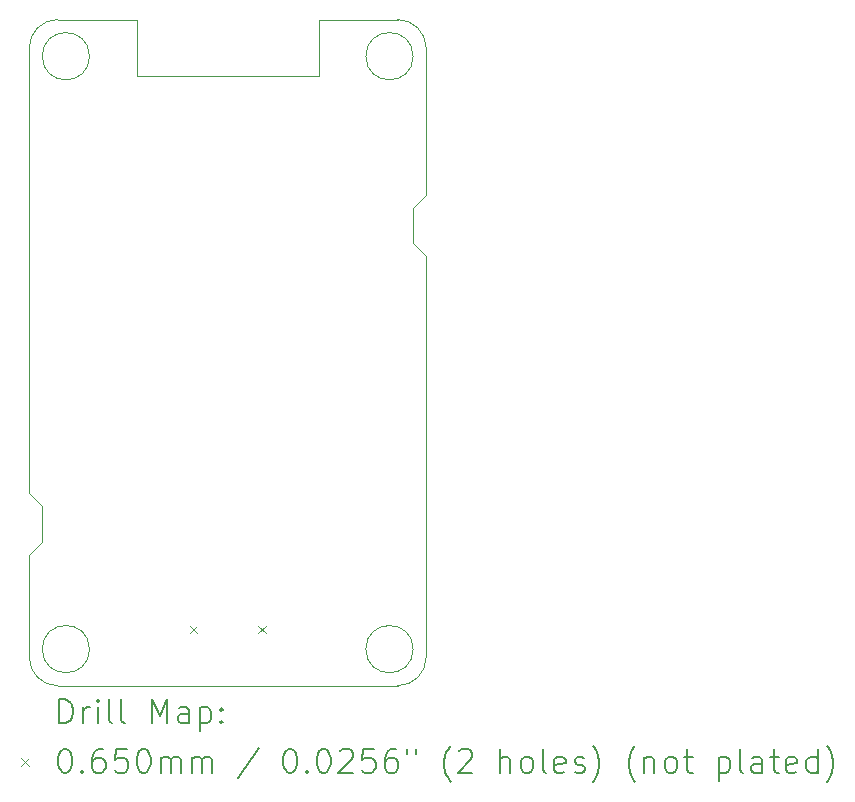
<source format=gbr>
%TF.GenerationSoftware,KiCad,Pcbnew,8.0.0-rc2-494-g6bc7bcffef*%
%TF.CreationDate,2024-03-15T23:56:10+00:00*%
%TF.ProjectId,Wakeboard,57616b65-626f-4617-9264-2e6b69636164,rev?*%
%TF.SameCoordinates,Original*%
%TF.FileFunction,Drillmap*%
%TF.FilePolarity,Positive*%
%FSLAX45Y45*%
G04 Gerber Fmt 4.5, Leading zero omitted, Abs format (unit mm)*
G04 Created by KiCad (PCBNEW 8.0.0-rc2-494-g6bc7bcffef) date 2024-03-15 23:56:10*
%MOMM*%
%LPD*%
G01*
G04 APERTURE LIST*
%ADD10C,0.100000*%
%ADD11C,0.200000*%
G04 APERTURE END LIST*
D10*
X14190000Y-4375000D02*
G75*
G02*
X14430000Y-4615000I0J-240000D01*
G01*
X14320000Y-9705000D02*
G75*
G02*
X13920000Y-9705000I-200000J0D01*
G01*
X13920000Y-9705000D02*
G75*
G02*
X14320000Y-9705000I200000J0D01*
G01*
X11580000Y-9705000D02*
G75*
G02*
X11180000Y-9705000I-200000J0D01*
G01*
X11180000Y-9705000D02*
G75*
G02*
X11580000Y-9705000I200000J0D01*
G01*
X11580000Y-4685000D02*
G75*
G02*
X11180000Y-4685000I-200000J0D01*
G01*
X11180000Y-4685000D02*
G75*
G02*
X11580000Y-4685000I200000J0D01*
G01*
X14320000Y-4685000D02*
G75*
G02*
X13920000Y-4685000I-200000J0D01*
G01*
X13920000Y-4685000D02*
G75*
G02*
X14320000Y-4685000I200000J0D01*
G01*
X11070000Y-9775000D02*
X11070000Y-8905000D01*
X11070000Y-8385000D02*
X11069704Y-4614703D01*
X11180000Y-8495000D02*
X11070000Y-8385000D01*
X11180000Y-8795000D02*
X11070000Y-8905000D01*
X11180000Y-8495000D02*
X11180000Y-8795000D01*
X14320000Y-5970000D02*
X14320000Y-6270000D01*
X13520000Y-4850000D02*
X11980000Y-4850000D01*
X14430000Y-4615000D02*
X14430000Y-5860000D01*
X14430000Y-6380000D02*
X14430000Y-9775000D01*
X14430000Y-5860000D02*
X14320000Y-5970000D01*
X11310000Y-10015000D02*
G75*
G02*
X11069996Y-9775000I0J240004D01*
G01*
X11980000Y-4850000D02*
X11980000Y-4375000D01*
X14430000Y-9775000D02*
G75*
G02*
X14190000Y-10015000I-240000J0D01*
G01*
X11069704Y-4614703D02*
G75*
G02*
X11309704Y-4374707I240000J-4D01*
G01*
X11310000Y-10015000D02*
X14190000Y-10015000D01*
X13520000Y-4375000D02*
X14190000Y-4375000D01*
X11980000Y-4375000D02*
X11310000Y-4375000D01*
X13520000Y-4375000D02*
X13520000Y-4850000D01*
X14320000Y-6270000D02*
X14430000Y-6380000D01*
D11*
D10*
X12428500Y-9506500D02*
X12493500Y-9571500D01*
X12493500Y-9506500D02*
X12428500Y-9571500D01*
X13006500Y-9506500D02*
X13071500Y-9571500D01*
X13071500Y-9506500D02*
X13006500Y-9571500D01*
D11*
X11325481Y-10331484D02*
X11325481Y-10131484D01*
X11325481Y-10131484D02*
X11373100Y-10131484D01*
X11373100Y-10131484D02*
X11401671Y-10141008D01*
X11401671Y-10141008D02*
X11420719Y-10160055D01*
X11420719Y-10160055D02*
X11430243Y-10179103D01*
X11430243Y-10179103D02*
X11439767Y-10217198D01*
X11439767Y-10217198D02*
X11439767Y-10245770D01*
X11439767Y-10245770D02*
X11430243Y-10283865D01*
X11430243Y-10283865D02*
X11420719Y-10302912D01*
X11420719Y-10302912D02*
X11401671Y-10321960D01*
X11401671Y-10321960D02*
X11373100Y-10331484D01*
X11373100Y-10331484D02*
X11325481Y-10331484D01*
X11525481Y-10331484D02*
X11525481Y-10198150D01*
X11525481Y-10236246D02*
X11535005Y-10217198D01*
X11535005Y-10217198D02*
X11544528Y-10207674D01*
X11544528Y-10207674D02*
X11563576Y-10198150D01*
X11563576Y-10198150D02*
X11582624Y-10198150D01*
X11649290Y-10331484D02*
X11649290Y-10198150D01*
X11649290Y-10131484D02*
X11639767Y-10141008D01*
X11639767Y-10141008D02*
X11649290Y-10150531D01*
X11649290Y-10150531D02*
X11658814Y-10141008D01*
X11658814Y-10141008D02*
X11649290Y-10131484D01*
X11649290Y-10131484D02*
X11649290Y-10150531D01*
X11773100Y-10331484D02*
X11754052Y-10321960D01*
X11754052Y-10321960D02*
X11744528Y-10302912D01*
X11744528Y-10302912D02*
X11744528Y-10131484D01*
X11877862Y-10331484D02*
X11858814Y-10321960D01*
X11858814Y-10321960D02*
X11849290Y-10302912D01*
X11849290Y-10302912D02*
X11849290Y-10131484D01*
X12106433Y-10331484D02*
X12106433Y-10131484D01*
X12106433Y-10131484D02*
X12173100Y-10274341D01*
X12173100Y-10274341D02*
X12239767Y-10131484D01*
X12239767Y-10131484D02*
X12239767Y-10331484D01*
X12420719Y-10331484D02*
X12420719Y-10226722D01*
X12420719Y-10226722D02*
X12411195Y-10207674D01*
X12411195Y-10207674D02*
X12392148Y-10198150D01*
X12392148Y-10198150D02*
X12354052Y-10198150D01*
X12354052Y-10198150D02*
X12335005Y-10207674D01*
X12420719Y-10321960D02*
X12401671Y-10331484D01*
X12401671Y-10331484D02*
X12354052Y-10331484D01*
X12354052Y-10331484D02*
X12335005Y-10321960D01*
X12335005Y-10321960D02*
X12325481Y-10302912D01*
X12325481Y-10302912D02*
X12325481Y-10283865D01*
X12325481Y-10283865D02*
X12335005Y-10264817D01*
X12335005Y-10264817D02*
X12354052Y-10255293D01*
X12354052Y-10255293D02*
X12401671Y-10255293D01*
X12401671Y-10255293D02*
X12420719Y-10245770D01*
X12515957Y-10198150D02*
X12515957Y-10398150D01*
X12515957Y-10207674D02*
X12535005Y-10198150D01*
X12535005Y-10198150D02*
X12573100Y-10198150D01*
X12573100Y-10198150D02*
X12592148Y-10207674D01*
X12592148Y-10207674D02*
X12601671Y-10217198D01*
X12601671Y-10217198D02*
X12611195Y-10236246D01*
X12611195Y-10236246D02*
X12611195Y-10293389D01*
X12611195Y-10293389D02*
X12601671Y-10312436D01*
X12601671Y-10312436D02*
X12592148Y-10321960D01*
X12592148Y-10321960D02*
X12573100Y-10331484D01*
X12573100Y-10331484D02*
X12535005Y-10331484D01*
X12535005Y-10331484D02*
X12515957Y-10321960D01*
X12696909Y-10312436D02*
X12706433Y-10321960D01*
X12706433Y-10321960D02*
X12696909Y-10331484D01*
X12696909Y-10331484D02*
X12687386Y-10321960D01*
X12687386Y-10321960D02*
X12696909Y-10312436D01*
X12696909Y-10312436D02*
X12696909Y-10331484D01*
X12696909Y-10207674D02*
X12706433Y-10217198D01*
X12706433Y-10217198D02*
X12696909Y-10226722D01*
X12696909Y-10226722D02*
X12687386Y-10217198D01*
X12687386Y-10217198D02*
X12696909Y-10207674D01*
X12696909Y-10207674D02*
X12696909Y-10226722D01*
D10*
X10999704Y-10627500D02*
X11064704Y-10692500D01*
X11064704Y-10627500D02*
X10999704Y-10692500D01*
D11*
X11363576Y-10551484D02*
X11382624Y-10551484D01*
X11382624Y-10551484D02*
X11401671Y-10561008D01*
X11401671Y-10561008D02*
X11411195Y-10570531D01*
X11411195Y-10570531D02*
X11420719Y-10589579D01*
X11420719Y-10589579D02*
X11430243Y-10627674D01*
X11430243Y-10627674D02*
X11430243Y-10675293D01*
X11430243Y-10675293D02*
X11420719Y-10713389D01*
X11420719Y-10713389D02*
X11411195Y-10732436D01*
X11411195Y-10732436D02*
X11401671Y-10741960D01*
X11401671Y-10741960D02*
X11382624Y-10751484D01*
X11382624Y-10751484D02*
X11363576Y-10751484D01*
X11363576Y-10751484D02*
X11344528Y-10741960D01*
X11344528Y-10741960D02*
X11335005Y-10732436D01*
X11335005Y-10732436D02*
X11325481Y-10713389D01*
X11325481Y-10713389D02*
X11315957Y-10675293D01*
X11315957Y-10675293D02*
X11315957Y-10627674D01*
X11315957Y-10627674D02*
X11325481Y-10589579D01*
X11325481Y-10589579D02*
X11335005Y-10570531D01*
X11335005Y-10570531D02*
X11344528Y-10561008D01*
X11344528Y-10561008D02*
X11363576Y-10551484D01*
X11515957Y-10732436D02*
X11525481Y-10741960D01*
X11525481Y-10741960D02*
X11515957Y-10751484D01*
X11515957Y-10751484D02*
X11506433Y-10741960D01*
X11506433Y-10741960D02*
X11515957Y-10732436D01*
X11515957Y-10732436D02*
X11515957Y-10751484D01*
X11696909Y-10551484D02*
X11658814Y-10551484D01*
X11658814Y-10551484D02*
X11639767Y-10561008D01*
X11639767Y-10561008D02*
X11630243Y-10570531D01*
X11630243Y-10570531D02*
X11611195Y-10599103D01*
X11611195Y-10599103D02*
X11601671Y-10637198D01*
X11601671Y-10637198D02*
X11601671Y-10713389D01*
X11601671Y-10713389D02*
X11611195Y-10732436D01*
X11611195Y-10732436D02*
X11620719Y-10741960D01*
X11620719Y-10741960D02*
X11639767Y-10751484D01*
X11639767Y-10751484D02*
X11677862Y-10751484D01*
X11677862Y-10751484D02*
X11696909Y-10741960D01*
X11696909Y-10741960D02*
X11706433Y-10732436D01*
X11706433Y-10732436D02*
X11715957Y-10713389D01*
X11715957Y-10713389D02*
X11715957Y-10665770D01*
X11715957Y-10665770D02*
X11706433Y-10646722D01*
X11706433Y-10646722D02*
X11696909Y-10637198D01*
X11696909Y-10637198D02*
X11677862Y-10627674D01*
X11677862Y-10627674D02*
X11639767Y-10627674D01*
X11639767Y-10627674D02*
X11620719Y-10637198D01*
X11620719Y-10637198D02*
X11611195Y-10646722D01*
X11611195Y-10646722D02*
X11601671Y-10665770D01*
X11896909Y-10551484D02*
X11801671Y-10551484D01*
X11801671Y-10551484D02*
X11792148Y-10646722D01*
X11792148Y-10646722D02*
X11801671Y-10637198D01*
X11801671Y-10637198D02*
X11820719Y-10627674D01*
X11820719Y-10627674D02*
X11868338Y-10627674D01*
X11868338Y-10627674D02*
X11887386Y-10637198D01*
X11887386Y-10637198D02*
X11896909Y-10646722D01*
X11896909Y-10646722D02*
X11906433Y-10665770D01*
X11906433Y-10665770D02*
X11906433Y-10713389D01*
X11906433Y-10713389D02*
X11896909Y-10732436D01*
X11896909Y-10732436D02*
X11887386Y-10741960D01*
X11887386Y-10741960D02*
X11868338Y-10751484D01*
X11868338Y-10751484D02*
X11820719Y-10751484D01*
X11820719Y-10751484D02*
X11801671Y-10741960D01*
X11801671Y-10741960D02*
X11792148Y-10732436D01*
X12030243Y-10551484D02*
X12049290Y-10551484D01*
X12049290Y-10551484D02*
X12068338Y-10561008D01*
X12068338Y-10561008D02*
X12077862Y-10570531D01*
X12077862Y-10570531D02*
X12087386Y-10589579D01*
X12087386Y-10589579D02*
X12096909Y-10627674D01*
X12096909Y-10627674D02*
X12096909Y-10675293D01*
X12096909Y-10675293D02*
X12087386Y-10713389D01*
X12087386Y-10713389D02*
X12077862Y-10732436D01*
X12077862Y-10732436D02*
X12068338Y-10741960D01*
X12068338Y-10741960D02*
X12049290Y-10751484D01*
X12049290Y-10751484D02*
X12030243Y-10751484D01*
X12030243Y-10751484D02*
X12011195Y-10741960D01*
X12011195Y-10741960D02*
X12001671Y-10732436D01*
X12001671Y-10732436D02*
X11992148Y-10713389D01*
X11992148Y-10713389D02*
X11982624Y-10675293D01*
X11982624Y-10675293D02*
X11982624Y-10627674D01*
X11982624Y-10627674D02*
X11992148Y-10589579D01*
X11992148Y-10589579D02*
X12001671Y-10570531D01*
X12001671Y-10570531D02*
X12011195Y-10561008D01*
X12011195Y-10561008D02*
X12030243Y-10551484D01*
X12182624Y-10751484D02*
X12182624Y-10618150D01*
X12182624Y-10637198D02*
X12192148Y-10627674D01*
X12192148Y-10627674D02*
X12211195Y-10618150D01*
X12211195Y-10618150D02*
X12239767Y-10618150D01*
X12239767Y-10618150D02*
X12258814Y-10627674D01*
X12258814Y-10627674D02*
X12268338Y-10646722D01*
X12268338Y-10646722D02*
X12268338Y-10751484D01*
X12268338Y-10646722D02*
X12277862Y-10627674D01*
X12277862Y-10627674D02*
X12296909Y-10618150D01*
X12296909Y-10618150D02*
X12325481Y-10618150D01*
X12325481Y-10618150D02*
X12344529Y-10627674D01*
X12344529Y-10627674D02*
X12354052Y-10646722D01*
X12354052Y-10646722D02*
X12354052Y-10751484D01*
X12449290Y-10751484D02*
X12449290Y-10618150D01*
X12449290Y-10637198D02*
X12458814Y-10627674D01*
X12458814Y-10627674D02*
X12477862Y-10618150D01*
X12477862Y-10618150D02*
X12506433Y-10618150D01*
X12506433Y-10618150D02*
X12525481Y-10627674D01*
X12525481Y-10627674D02*
X12535005Y-10646722D01*
X12535005Y-10646722D02*
X12535005Y-10751484D01*
X12535005Y-10646722D02*
X12544529Y-10627674D01*
X12544529Y-10627674D02*
X12563576Y-10618150D01*
X12563576Y-10618150D02*
X12592148Y-10618150D01*
X12592148Y-10618150D02*
X12611195Y-10627674D01*
X12611195Y-10627674D02*
X12620719Y-10646722D01*
X12620719Y-10646722D02*
X12620719Y-10751484D01*
X13011195Y-10541960D02*
X12839767Y-10799103D01*
X13268338Y-10551484D02*
X13287386Y-10551484D01*
X13287386Y-10551484D02*
X13306433Y-10561008D01*
X13306433Y-10561008D02*
X13315957Y-10570531D01*
X13315957Y-10570531D02*
X13325481Y-10589579D01*
X13325481Y-10589579D02*
X13335005Y-10627674D01*
X13335005Y-10627674D02*
X13335005Y-10675293D01*
X13335005Y-10675293D02*
X13325481Y-10713389D01*
X13325481Y-10713389D02*
X13315957Y-10732436D01*
X13315957Y-10732436D02*
X13306433Y-10741960D01*
X13306433Y-10741960D02*
X13287386Y-10751484D01*
X13287386Y-10751484D02*
X13268338Y-10751484D01*
X13268338Y-10751484D02*
X13249291Y-10741960D01*
X13249291Y-10741960D02*
X13239767Y-10732436D01*
X13239767Y-10732436D02*
X13230243Y-10713389D01*
X13230243Y-10713389D02*
X13220719Y-10675293D01*
X13220719Y-10675293D02*
X13220719Y-10627674D01*
X13220719Y-10627674D02*
X13230243Y-10589579D01*
X13230243Y-10589579D02*
X13239767Y-10570531D01*
X13239767Y-10570531D02*
X13249291Y-10561008D01*
X13249291Y-10561008D02*
X13268338Y-10551484D01*
X13420719Y-10732436D02*
X13430243Y-10741960D01*
X13430243Y-10741960D02*
X13420719Y-10751484D01*
X13420719Y-10751484D02*
X13411195Y-10741960D01*
X13411195Y-10741960D02*
X13420719Y-10732436D01*
X13420719Y-10732436D02*
X13420719Y-10751484D01*
X13554052Y-10551484D02*
X13573100Y-10551484D01*
X13573100Y-10551484D02*
X13592148Y-10561008D01*
X13592148Y-10561008D02*
X13601672Y-10570531D01*
X13601672Y-10570531D02*
X13611195Y-10589579D01*
X13611195Y-10589579D02*
X13620719Y-10627674D01*
X13620719Y-10627674D02*
X13620719Y-10675293D01*
X13620719Y-10675293D02*
X13611195Y-10713389D01*
X13611195Y-10713389D02*
X13601672Y-10732436D01*
X13601672Y-10732436D02*
X13592148Y-10741960D01*
X13592148Y-10741960D02*
X13573100Y-10751484D01*
X13573100Y-10751484D02*
X13554052Y-10751484D01*
X13554052Y-10751484D02*
X13535005Y-10741960D01*
X13535005Y-10741960D02*
X13525481Y-10732436D01*
X13525481Y-10732436D02*
X13515957Y-10713389D01*
X13515957Y-10713389D02*
X13506433Y-10675293D01*
X13506433Y-10675293D02*
X13506433Y-10627674D01*
X13506433Y-10627674D02*
X13515957Y-10589579D01*
X13515957Y-10589579D02*
X13525481Y-10570531D01*
X13525481Y-10570531D02*
X13535005Y-10561008D01*
X13535005Y-10561008D02*
X13554052Y-10551484D01*
X13696910Y-10570531D02*
X13706433Y-10561008D01*
X13706433Y-10561008D02*
X13725481Y-10551484D01*
X13725481Y-10551484D02*
X13773100Y-10551484D01*
X13773100Y-10551484D02*
X13792148Y-10561008D01*
X13792148Y-10561008D02*
X13801672Y-10570531D01*
X13801672Y-10570531D02*
X13811195Y-10589579D01*
X13811195Y-10589579D02*
X13811195Y-10608627D01*
X13811195Y-10608627D02*
X13801672Y-10637198D01*
X13801672Y-10637198D02*
X13687386Y-10751484D01*
X13687386Y-10751484D02*
X13811195Y-10751484D01*
X13992148Y-10551484D02*
X13896910Y-10551484D01*
X13896910Y-10551484D02*
X13887386Y-10646722D01*
X13887386Y-10646722D02*
X13896910Y-10637198D01*
X13896910Y-10637198D02*
X13915957Y-10627674D01*
X13915957Y-10627674D02*
X13963576Y-10627674D01*
X13963576Y-10627674D02*
X13982624Y-10637198D01*
X13982624Y-10637198D02*
X13992148Y-10646722D01*
X13992148Y-10646722D02*
X14001672Y-10665770D01*
X14001672Y-10665770D02*
X14001672Y-10713389D01*
X14001672Y-10713389D02*
X13992148Y-10732436D01*
X13992148Y-10732436D02*
X13982624Y-10741960D01*
X13982624Y-10741960D02*
X13963576Y-10751484D01*
X13963576Y-10751484D02*
X13915957Y-10751484D01*
X13915957Y-10751484D02*
X13896910Y-10741960D01*
X13896910Y-10741960D02*
X13887386Y-10732436D01*
X14173100Y-10551484D02*
X14135005Y-10551484D01*
X14135005Y-10551484D02*
X14115957Y-10561008D01*
X14115957Y-10561008D02*
X14106433Y-10570531D01*
X14106433Y-10570531D02*
X14087386Y-10599103D01*
X14087386Y-10599103D02*
X14077862Y-10637198D01*
X14077862Y-10637198D02*
X14077862Y-10713389D01*
X14077862Y-10713389D02*
X14087386Y-10732436D01*
X14087386Y-10732436D02*
X14096910Y-10741960D01*
X14096910Y-10741960D02*
X14115957Y-10751484D01*
X14115957Y-10751484D02*
X14154053Y-10751484D01*
X14154053Y-10751484D02*
X14173100Y-10741960D01*
X14173100Y-10741960D02*
X14182624Y-10732436D01*
X14182624Y-10732436D02*
X14192148Y-10713389D01*
X14192148Y-10713389D02*
X14192148Y-10665770D01*
X14192148Y-10665770D02*
X14182624Y-10646722D01*
X14182624Y-10646722D02*
X14173100Y-10637198D01*
X14173100Y-10637198D02*
X14154053Y-10627674D01*
X14154053Y-10627674D02*
X14115957Y-10627674D01*
X14115957Y-10627674D02*
X14096910Y-10637198D01*
X14096910Y-10637198D02*
X14087386Y-10646722D01*
X14087386Y-10646722D02*
X14077862Y-10665770D01*
X14268338Y-10551484D02*
X14268338Y-10589579D01*
X14344529Y-10551484D02*
X14344529Y-10589579D01*
X14639767Y-10827674D02*
X14630243Y-10818150D01*
X14630243Y-10818150D02*
X14611195Y-10789579D01*
X14611195Y-10789579D02*
X14601672Y-10770531D01*
X14601672Y-10770531D02*
X14592148Y-10741960D01*
X14592148Y-10741960D02*
X14582624Y-10694341D01*
X14582624Y-10694341D02*
X14582624Y-10656246D01*
X14582624Y-10656246D02*
X14592148Y-10608627D01*
X14592148Y-10608627D02*
X14601672Y-10580055D01*
X14601672Y-10580055D02*
X14611195Y-10561008D01*
X14611195Y-10561008D02*
X14630243Y-10532436D01*
X14630243Y-10532436D02*
X14639767Y-10522912D01*
X14706434Y-10570531D02*
X14715957Y-10561008D01*
X14715957Y-10561008D02*
X14735005Y-10551484D01*
X14735005Y-10551484D02*
X14782624Y-10551484D01*
X14782624Y-10551484D02*
X14801672Y-10561008D01*
X14801672Y-10561008D02*
X14811195Y-10570531D01*
X14811195Y-10570531D02*
X14820719Y-10589579D01*
X14820719Y-10589579D02*
X14820719Y-10608627D01*
X14820719Y-10608627D02*
X14811195Y-10637198D01*
X14811195Y-10637198D02*
X14696910Y-10751484D01*
X14696910Y-10751484D02*
X14820719Y-10751484D01*
X15058815Y-10751484D02*
X15058815Y-10551484D01*
X15144529Y-10751484D02*
X15144529Y-10646722D01*
X15144529Y-10646722D02*
X15135005Y-10627674D01*
X15135005Y-10627674D02*
X15115957Y-10618150D01*
X15115957Y-10618150D02*
X15087386Y-10618150D01*
X15087386Y-10618150D02*
X15068338Y-10627674D01*
X15068338Y-10627674D02*
X15058815Y-10637198D01*
X15268338Y-10751484D02*
X15249291Y-10741960D01*
X15249291Y-10741960D02*
X15239767Y-10732436D01*
X15239767Y-10732436D02*
X15230243Y-10713389D01*
X15230243Y-10713389D02*
X15230243Y-10656246D01*
X15230243Y-10656246D02*
X15239767Y-10637198D01*
X15239767Y-10637198D02*
X15249291Y-10627674D01*
X15249291Y-10627674D02*
X15268338Y-10618150D01*
X15268338Y-10618150D02*
X15296910Y-10618150D01*
X15296910Y-10618150D02*
X15315957Y-10627674D01*
X15315957Y-10627674D02*
X15325481Y-10637198D01*
X15325481Y-10637198D02*
X15335005Y-10656246D01*
X15335005Y-10656246D02*
X15335005Y-10713389D01*
X15335005Y-10713389D02*
X15325481Y-10732436D01*
X15325481Y-10732436D02*
X15315957Y-10741960D01*
X15315957Y-10741960D02*
X15296910Y-10751484D01*
X15296910Y-10751484D02*
X15268338Y-10751484D01*
X15449291Y-10751484D02*
X15430243Y-10741960D01*
X15430243Y-10741960D02*
X15420719Y-10722912D01*
X15420719Y-10722912D02*
X15420719Y-10551484D01*
X15601672Y-10741960D02*
X15582624Y-10751484D01*
X15582624Y-10751484D02*
X15544529Y-10751484D01*
X15544529Y-10751484D02*
X15525481Y-10741960D01*
X15525481Y-10741960D02*
X15515957Y-10722912D01*
X15515957Y-10722912D02*
X15515957Y-10646722D01*
X15515957Y-10646722D02*
X15525481Y-10627674D01*
X15525481Y-10627674D02*
X15544529Y-10618150D01*
X15544529Y-10618150D02*
X15582624Y-10618150D01*
X15582624Y-10618150D02*
X15601672Y-10627674D01*
X15601672Y-10627674D02*
X15611196Y-10646722D01*
X15611196Y-10646722D02*
X15611196Y-10665770D01*
X15611196Y-10665770D02*
X15515957Y-10684817D01*
X15687386Y-10741960D02*
X15706434Y-10751484D01*
X15706434Y-10751484D02*
X15744529Y-10751484D01*
X15744529Y-10751484D02*
X15763577Y-10741960D01*
X15763577Y-10741960D02*
X15773100Y-10722912D01*
X15773100Y-10722912D02*
X15773100Y-10713389D01*
X15773100Y-10713389D02*
X15763577Y-10694341D01*
X15763577Y-10694341D02*
X15744529Y-10684817D01*
X15744529Y-10684817D02*
X15715957Y-10684817D01*
X15715957Y-10684817D02*
X15696910Y-10675293D01*
X15696910Y-10675293D02*
X15687386Y-10656246D01*
X15687386Y-10656246D02*
X15687386Y-10646722D01*
X15687386Y-10646722D02*
X15696910Y-10627674D01*
X15696910Y-10627674D02*
X15715957Y-10618150D01*
X15715957Y-10618150D02*
X15744529Y-10618150D01*
X15744529Y-10618150D02*
X15763577Y-10627674D01*
X15839767Y-10827674D02*
X15849291Y-10818150D01*
X15849291Y-10818150D02*
X15868338Y-10789579D01*
X15868338Y-10789579D02*
X15877862Y-10770531D01*
X15877862Y-10770531D02*
X15887386Y-10741960D01*
X15887386Y-10741960D02*
X15896910Y-10694341D01*
X15896910Y-10694341D02*
X15896910Y-10656246D01*
X15896910Y-10656246D02*
X15887386Y-10608627D01*
X15887386Y-10608627D02*
X15877862Y-10580055D01*
X15877862Y-10580055D02*
X15868338Y-10561008D01*
X15868338Y-10561008D02*
X15849291Y-10532436D01*
X15849291Y-10532436D02*
X15839767Y-10522912D01*
X16201672Y-10827674D02*
X16192148Y-10818150D01*
X16192148Y-10818150D02*
X16173100Y-10789579D01*
X16173100Y-10789579D02*
X16163577Y-10770531D01*
X16163577Y-10770531D02*
X16154053Y-10741960D01*
X16154053Y-10741960D02*
X16144529Y-10694341D01*
X16144529Y-10694341D02*
X16144529Y-10656246D01*
X16144529Y-10656246D02*
X16154053Y-10608627D01*
X16154053Y-10608627D02*
X16163577Y-10580055D01*
X16163577Y-10580055D02*
X16173100Y-10561008D01*
X16173100Y-10561008D02*
X16192148Y-10532436D01*
X16192148Y-10532436D02*
X16201672Y-10522912D01*
X16277862Y-10618150D02*
X16277862Y-10751484D01*
X16277862Y-10637198D02*
X16287386Y-10627674D01*
X16287386Y-10627674D02*
X16306434Y-10618150D01*
X16306434Y-10618150D02*
X16335005Y-10618150D01*
X16335005Y-10618150D02*
X16354053Y-10627674D01*
X16354053Y-10627674D02*
X16363577Y-10646722D01*
X16363577Y-10646722D02*
X16363577Y-10751484D01*
X16487386Y-10751484D02*
X16468338Y-10741960D01*
X16468338Y-10741960D02*
X16458815Y-10732436D01*
X16458815Y-10732436D02*
X16449291Y-10713389D01*
X16449291Y-10713389D02*
X16449291Y-10656246D01*
X16449291Y-10656246D02*
X16458815Y-10637198D01*
X16458815Y-10637198D02*
X16468338Y-10627674D01*
X16468338Y-10627674D02*
X16487386Y-10618150D01*
X16487386Y-10618150D02*
X16515958Y-10618150D01*
X16515958Y-10618150D02*
X16535005Y-10627674D01*
X16535005Y-10627674D02*
X16544529Y-10637198D01*
X16544529Y-10637198D02*
X16554053Y-10656246D01*
X16554053Y-10656246D02*
X16554053Y-10713389D01*
X16554053Y-10713389D02*
X16544529Y-10732436D01*
X16544529Y-10732436D02*
X16535005Y-10741960D01*
X16535005Y-10741960D02*
X16515958Y-10751484D01*
X16515958Y-10751484D02*
X16487386Y-10751484D01*
X16611196Y-10618150D02*
X16687386Y-10618150D01*
X16639767Y-10551484D02*
X16639767Y-10722912D01*
X16639767Y-10722912D02*
X16649291Y-10741960D01*
X16649291Y-10741960D02*
X16668338Y-10751484D01*
X16668338Y-10751484D02*
X16687386Y-10751484D01*
X16906434Y-10618150D02*
X16906434Y-10818150D01*
X16906434Y-10627674D02*
X16925481Y-10618150D01*
X16925481Y-10618150D02*
X16963577Y-10618150D01*
X16963577Y-10618150D02*
X16982624Y-10627674D01*
X16982624Y-10627674D02*
X16992148Y-10637198D01*
X16992148Y-10637198D02*
X17001672Y-10656246D01*
X17001672Y-10656246D02*
X17001672Y-10713389D01*
X17001672Y-10713389D02*
X16992148Y-10732436D01*
X16992148Y-10732436D02*
X16982624Y-10741960D01*
X16982624Y-10741960D02*
X16963577Y-10751484D01*
X16963577Y-10751484D02*
X16925481Y-10751484D01*
X16925481Y-10751484D02*
X16906434Y-10741960D01*
X17115958Y-10751484D02*
X17096910Y-10741960D01*
X17096910Y-10741960D02*
X17087386Y-10722912D01*
X17087386Y-10722912D02*
X17087386Y-10551484D01*
X17277862Y-10751484D02*
X17277862Y-10646722D01*
X17277862Y-10646722D02*
X17268339Y-10627674D01*
X17268339Y-10627674D02*
X17249291Y-10618150D01*
X17249291Y-10618150D02*
X17211196Y-10618150D01*
X17211196Y-10618150D02*
X17192148Y-10627674D01*
X17277862Y-10741960D02*
X17258815Y-10751484D01*
X17258815Y-10751484D02*
X17211196Y-10751484D01*
X17211196Y-10751484D02*
X17192148Y-10741960D01*
X17192148Y-10741960D02*
X17182624Y-10722912D01*
X17182624Y-10722912D02*
X17182624Y-10703865D01*
X17182624Y-10703865D02*
X17192148Y-10684817D01*
X17192148Y-10684817D02*
X17211196Y-10675293D01*
X17211196Y-10675293D02*
X17258815Y-10675293D01*
X17258815Y-10675293D02*
X17277862Y-10665770D01*
X17344529Y-10618150D02*
X17420720Y-10618150D01*
X17373101Y-10551484D02*
X17373101Y-10722912D01*
X17373101Y-10722912D02*
X17382624Y-10741960D01*
X17382624Y-10741960D02*
X17401672Y-10751484D01*
X17401672Y-10751484D02*
X17420720Y-10751484D01*
X17563577Y-10741960D02*
X17544529Y-10751484D01*
X17544529Y-10751484D02*
X17506434Y-10751484D01*
X17506434Y-10751484D02*
X17487386Y-10741960D01*
X17487386Y-10741960D02*
X17477862Y-10722912D01*
X17477862Y-10722912D02*
X17477862Y-10646722D01*
X17477862Y-10646722D02*
X17487386Y-10627674D01*
X17487386Y-10627674D02*
X17506434Y-10618150D01*
X17506434Y-10618150D02*
X17544529Y-10618150D01*
X17544529Y-10618150D02*
X17563577Y-10627674D01*
X17563577Y-10627674D02*
X17573101Y-10646722D01*
X17573101Y-10646722D02*
X17573101Y-10665770D01*
X17573101Y-10665770D02*
X17477862Y-10684817D01*
X17744529Y-10751484D02*
X17744529Y-10551484D01*
X17744529Y-10741960D02*
X17725482Y-10751484D01*
X17725482Y-10751484D02*
X17687386Y-10751484D01*
X17687386Y-10751484D02*
X17668339Y-10741960D01*
X17668339Y-10741960D02*
X17658815Y-10732436D01*
X17658815Y-10732436D02*
X17649291Y-10713389D01*
X17649291Y-10713389D02*
X17649291Y-10656246D01*
X17649291Y-10656246D02*
X17658815Y-10637198D01*
X17658815Y-10637198D02*
X17668339Y-10627674D01*
X17668339Y-10627674D02*
X17687386Y-10618150D01*
X17687386Y-10618150D02*
X17725482Y-10618150D01*
X17725482Y-10618150D02*
X17744529Y-10627674D01*
X17820720Y-10827674D02*
X17830243Y-10818150D01*
X17830243Y-10818150D02*
X17849291Y-10789579D01*
X17849291Y-10789579D02*
X17858815Y-10770531D01*
X17858815Y-10770531D02*
X17868339Y-10741960D01*
X17868339Y-10741960D02*
X17877862Y-10694341D01*
X17877862Y-10694341D02*
X17877862Y-10656246D01*
X17877862Y-10656246D02*
X17868339Y-10608627D01*
X17868339Y-10608627D02*
X17858815Y-10580055D01*
X17858815Y-10580055D02*
X17849291Y-10561008D01*
X17849291Y-10561008D02*
X17830243Y-10532436D01*
X17830243Y-10532436D02*
X17820720Y-10522912D01*
M02*

</source>
